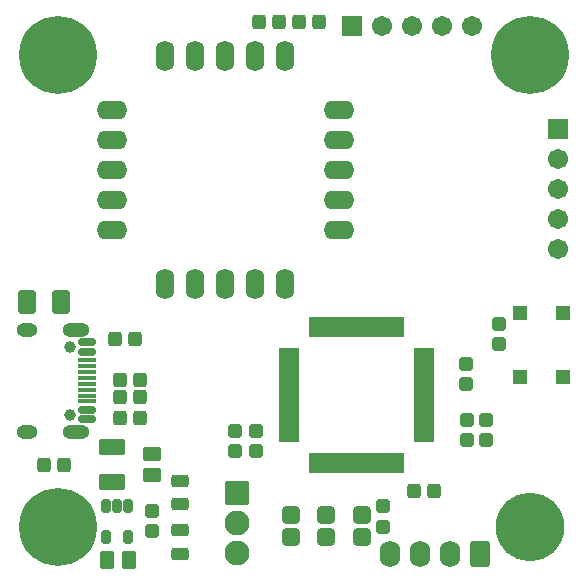
<source format=gts>
G04*
G04 #@! TF.GenerationSoftware,Altium Limited,Altium Designer,20.2.7 (254)*
G04*
G04 Layer_Color=8388736*
%FSLAX25Y25*%
%MOIN*%
G70*
G04*
G04 #@! TF.SameCoordinates,FBE84B92-D195-4989-AC34-508FE9173FC9*
G04*
G04*
G04 #@! TF.FilePolarity,Negative*
G04*
G01*
G75*
G04:AMPARAMS|DCode=32|XSize=78.87mil|YSize=59.18mil|CornerRadius=10.4mil|HoleSize=0mil|Usage=FLASHONLY|Rotation=270.000|XOffset=0mil|YOffset=0mil|HoleType=Round|Shape=RoundedRectangle|*
%AMROUNDEDRECTD32*
21,1,0.07887,0.03839,0,0,270.0*
21,1,0.05807,0.05918,0,0,270.0*
1,1,0.02080,-0.01919,-0.02904*
1,1,0.02080,-0.01919,0.02904*
1,1,0.02080,0.01919,0.02904*
1,1,0.02080,0.01919,-0.02904*
%
%ADD32ROUNDEDRECTD32*%
G04:AMPARAMS|DCode=33|XSize=47.37mil|YSize=43.43mil|CornerRadius=8.43mil|HoleSize=0mil|Usage=FLASHONLY|Rotation=270.000|XOffset=0mil|YOffset=0mil|HoleType=Round|Shape=RoundedRectangle|*
%AMROUNDEDRECTD33*
21,1,0.04737,0.02657,0,0,270.0*
21,1,0.03051,0.04343,0,0,270.0*
1,1,0.01686,-0.01329,-0.01526*
1,1,0.01686,-0.01329,0.01526*
1,1,0.01686,0.01329,0.01526*
1,1,0.01686,0.01329,-0.01526*
%
%ADD33ROUNDEDRECTD33*%
G04:AMPARAMS|DCode=34|XSize=47.37mil|YSize=43.43mil|CornerRadius=8.43mil|HoleSize=0mil|Usage=FLASHONLY|Rotation=180.000|XOffset=0mil|YOffset=0mil|HoleType=Round|Shape=RoundedRectangle|*
%AMROUNDEDRECTD34*
21,1,0.04737,0.02657,0,0,180.0*
21,1,0.03051,0.04343,0,0,180.0*
1,1,0.01686,-0.01526,0.01329*
1,1,0.01686,0.01526,0.01329*
1,1,0.01686,0.01526,-0.01329*
1,1,0.01686,-0.01526,-0.01329*
%
%ADD34ROUNDEDRECTD34*%
%ADD35R,0.01981X0.06607*%
%ADD36R,0.06607X0.01981*%
%ADD37O,0.06312X0.10249*%
%ADD38O,0.10249X0.06312*%
%ADD39O,0.06102X0.02756*%
%ADD40O,0.06102X0.01575*%
G04:AMPARAMS|DCode=41|XSize=31.62mil|YSize=47.37mil|CornerRadius=6.95mil|HoleSize=0mil|Usage=FLASHONLY|Rotation=180.000|XOffset=0mil|YOffset=0mil|HoleType=Round|Shape=RoundedRectangle|*
%AMROUNDEDRECTD41*
21,1,0.03162,0.03347,0,0,180.0*
21,1,0.01772,0.04737,0,0,180.0*
1,1,0.01391,-0.00886,0.01673*
1,1,0.01391,0.00886,0.01673*
1,1,0.01391,0.00886,-0.01673*
1,1,0.01391,-0.00886,-0.01673*
%
%ADD41ROUNDEDRECTD41*%
G04:AMPARAMS|DCode=42|XSize=63.12mil|YSize=47.37mil|CornerRadius=8.92mil|HoleSize=0mil|Usage=FLASHONLY|Rotation=270.000|XOffset=0mil|YOffset=0mil|HoleType=Round|Shape=RoundedRectangle|*
%AMROUNDEDRECTD42*
21,1,0.06312,0.02953,0,0,270.0*
21,1,0.04528,0.04737,0,0,270.0*
1,1,0.01784,-0.01476,-0.02264*
1,1,0.01784,-0.01476,0.02264*
1,1,0.01784,0.01476,0.02264*
1,1,0.01784,0.01476,-0.02264*
%
%ADD42ROUNDEDRECTD42*%
G04:AMPARAMS|DCode=43|XSize=59.18mil|YSize=39.5mil|CornerRadius=7.94mil|HoleSize=0mil|Usage=FLASHONLY|Rotation=180.000|XOffset=0mil|YOffset=0mil|HoleType=Round|Shape=RoundedRectangle|*
%AMROUNDEDRECTD43*
21,1,0.05918,0.02362,0,0,180.0*
21,1,0.04331,0.03950,0,0,180.0*
1,1,0.01587,-0.02165,0.01181*
1,1,0.01587,0.02165,0.01181*
1,1,0.01587,0.02165,-0.01181*
1,1,0.01587,-0.02165,-0.01181*
%
%ADD43ROUNDEDRECTD43*%
G04:AMPARAMS|DCode=44|XSize=58mil|YSize=58mil|CornerRadius=10.25mil|HoleSize=0mil|Usage=FLASHONLY|Rotation=90.000|XOffset=0mil|YOffset=0mil|HoleType=Round|Shape=RoundedRectangle|*
%AMROUNDEDRECTD44*
21,1,0.05800,0.03750,0,0,90.0*
21,1,0.03750,0.05800,0,0,90.0*
1,1,0.02050,0.01875,0.01875*
1,1,0.02050,0.01875,-0.01875*
1,1,0.02050,-0.01875,-0.01875*
1,1,0.02050,-0.01875,0.01875*
%
%ADD44ROUNDEDRECTD44*%
%ADD45R,0.04737X0.04737*%
G04:AMPARAMS|DCode=46|XSize=86.74mil|YSize=55.24mil|CornerRadius=9.91mil|HoleSize=0mil|Usage=FLASHONLY|Rotation=180.000|XOffset=0mil|YOffset=0mil|HoleType=Round|Shape=RoundedRectangle|*
%AMROUNDEDRECTD46*
21,1,0.08674,0.03543,0,0,180.0*
21,1,0.06693,0.05524,0,0,180.0*
1,1,0.01981,-0.03347,0.01772*
1,1,0.01981,0.03347,0.01772*
1,1,0.01981,0.03347,-0.01772*
1,1,0.01981,-0.03347,-0.01772*
%
%ADD46ROUNDEDRECTD46*%
G04:AMPARAMS|DCode=47|XSize=63.12mil|YSize=47.37mil|CornerRadius=8.92mil|HoleSize=0mil|Usage=FLASHONLY|Rotation=180.000|XOffset=0mil|YOffset=0mil|HoleType=Round|Shape=RoundedRectangle|*
%AMROUNDEDRECTD47*
21,1,0.06312,0.02953,0,0,180.0*
21,1,0.04528,0.04737,0,0,180.0*
1,1,0.01784,-0.02264,0.01476*
1,1,0.01784,0.02264,0.01476*
1,1,0.01784,0.02264,-0.01476*
1,1,0.01784,-0.02264,-0.01476*
%
%ADD47ROUNDEDRECTD47*%
%ADD48C,0.22847*%
%ADD49R,0.06706X0.06706*%
%ADD50C,0.06706*%
%ADD51R,0.06706X0.06706*%
%ADD52O,0.09068X0.04737*%
%ADD53O,0.07099X0.04737*%
%ADD54C,0.03950*%
%ADD55C,0.08300*%
G04:AMPARAMS|DCode=56|XSize=83mil|YSize=83mil|CornerRadius=13.38mil|HoleSize=0mil|Usage=FLASHONLY|Rotation=0.000|XOffset=0mil|YOffset=0mil|HoleType=Round|Shape=RoundedRectangle|*
%AMROUNDEDRECTD56*
21,1,0.08300,0.05625,0,0,0.0*
21,1,0.05625,0.08300,0,0,0.0*
1,1,0.02675,0.02813,-0.02813*
1,1,0.02675,-0.02813,-0.02813*
1,1,0.02675,-0.02813,0.02813*
1,1,0.02675,0.02813,0.02813*
%
%ADD56ROUNDEDRECTD56*%
%ADD57O,0.06800X0.08800*%
G04:AMPARAMS|DCode=58|XSize=68mil|YSize=88mil|CornerRadius=11.5mil|HoleSize=0mil|Usage=FLASHONLY|Rotation=180.000|XOffset=0mil|YOffset=0mil|HoleType=Round|Shape=RoundedRectangle|*
%AMROUNDEDRECTD58*
21,1,0.06800,0.06500,0,0,180.0*
21,1,0.04500,0.08800,0,0,180.0*
1,1,0.02300,-0.02250,0.03250*
1,1,0.02300,0.02250,0.03250*
1,1,0.02300,0.02250,-0.03250*
1,1,0.02300,-0.02250,-0.03250*
%
%ADD58ROUNDEDRECTD58*%
%ADD59C,0.25997*%
D32*
X68502Y272008D02*
D03*
X79920D02*
D03*
D33*
X74211Y217560D02*
D03*
X80904D02*
D03*
X99411Y233268D02*
D03*
X106104D02*
D03*
X106042Y246021D02*
D03*
X99349D02*
D03*
X106042Y240116D02*
D03*
X99349D02*
D03*
X97837Y259646D02*
D03*
X104530D02*
D03*
X152362Y365354D02*
D03*
X145669D02*
D03*
X165748D02*
D03*
X159055D02*
D03*
X204306Y208782D02*
D03*
X197614D02*
D03*
D34*
X110040Y195513D02*
D03*
Y202206D02*
D03*
X221511Y225935D02*
D03*
Y232628D02*
D03*
X187228Y197088D02*
D03*
Y203780D02*
D03*
X215201Y232628D02*
D03*
Y225935D02*
D03*
X137795Y229017D02*
D03*
Y222324D02*
D03*
X144882Y229017D02*
D03*
Y222324D02*
D03*
X214951Y244447D02*
D03*
Y251139D02*
D03*
X225791Y264764D02*
D03*
Y258071D02*
D03*
D35*
X193133Y218313D02*
D03*
X191165D02*
D03*
X189196D02*
D03*
X187228D02*
D03*
X185259D02*
D03*
X183291D02*
D03*
X181322D02*
D03*
X179354D02*
D03*
X177385D02*
D03*
X175417D02*
D03*
X173448D02*
D03*
X171480D02*
D03*
X169511D02*
D03*
X167543D02*
D03*
X165574D02*
D03*
X163606D02*
D03*
Y263494D02*
D03*
X165574D02*
D03*
X167543D02*
D03*
X169511D02*
D03*
X171480D02*
D03*
X173448D02*
D03*
X175417D02*
D03*
X177385D02*
D03*
X179354D02*
D03*
X181322D02*
D03*
X183291D02*
D03*
X185259D02*
D03*
X187228D02*
D03*
X189196D02*
D03*
X191165D02*
D03*
X193133D02*
D03*
D36*
X155779Y226139D02*
D03*
Y228108D02*
D03*
Y230077D02*
D03*
Y232045D02*
D03*
Y234014D02*
D03*
Y235982D02*
D03*
Y237950D02*
D03*
Y239919D02*
D03*
Y241887D02*
D03*
Y243856D02*
D03*
Y245825D02*
D03*
Y247793D02*
D03*
Y249762D02*
D03*
Y251730D02*
D03*
Y253699D02*
D03*
Y255667D02*
D03*
X200960D02*
D03*
Y253699D02*
D03*
Y251730D02*
D03*
Y249762D02*
D03*
Y247793D02*
D03*
Y245825D02*
D03*
Y243856D02*
D03*
Y241887D02*
D03*
Y239919D02*
D03*
Y237950D02*
D03*
Y235982D02*
D03*
Y234014D02*
D03*
Y232045D02*
D03*
Y230077D02*
D03*
Y228108D02*
D03*
Y226139D02*
D03*
D37*
X154646Y353780D02*
D03*
X144646D02*
D03*
X134646D02*
D03*
X124646D02*
D03*
X114646D02*
D03*
Y277953D02*
D03*
X124646D02*
D03*
X134646D02*
D03*
X144646D02*
D03*
X154646D02*
D03*
D38*
X96732Y335866D02*
D03*
Y325866D02*
D03*
Y315866D02*
D03*
Y305866D02*
D03*
Y295866D02*
D03*
X172559D02*
D03*
Y305866D02*
D03*
Y315866D02*
D03*
Y325866D02*
D03*
Y335866D02*
D03*
D39*
X88581Y255315D02*
D03*
Y236024D02*
D03*
Y232874D02*
D03*
Y258465D02*
D03*
D40*
Y244685D02*
D03*
Y242717D02*
D03*
Y240748D02*
D03*
Y238779D02*
D03*
Y246654D02*
D03*
Y248622D02*
D03*
Y250590D02*
D03*
Y252559D02*
D03*
D41*
X94687Y193741D02*
D03*
X102167Y203977D02*
D03*
X98427D02*
D03*
X94687D02*
D03*
X102167Y193741D02*
D03*
D42*
X95279Y186067D02*
D03*
X102366D02*
D03*
D43*
X119370Y212403D02*
D03*
Y204528D02*
D03*
Y187963D02*
D03*
Y195837D02*
D03*
D44*
X180071Y200960D02*
D03*
Y193460D02*
D03*
X156451D02*
D03*
Y200960D02*
D03*
X168260Y193500D02*
D03*
Y201000D02*
D03*
D45*
X247051Y268111D02*
D03*
X232878D02*
D03*
Y246851D02*
D03*
X247051D02*
D03*
D46*
X96848Y223672D02*
D03*
Y211861D02*
D03*
D47*
X110040Y221309D02*
D03*
Y214223D02*
D03*
D48*
X236221Y196850D02*
D03*
D49*
X245477Y329449D02*
D03*
D50*
Y319449D02*
D03*
Y309449D02*
D03*
Y299449D02*
D03*
Y289449D02*
D03*
X186850Y363779D02*
D03*
X196850D02*
D03*
X206850D02*
D03*
X216850D02*
D03*
D51*
X176850D02*
D03*
D52*
X84979Y262677D02*
D03*
Y228661D02*
D03*
D53*
X68522D02*
D03*
Y262677D02*
D03*
D54*
X82892Y234291D02*
D03*
Y257047D02*
D03*
D55*
X138583Y188425D02*
D03*
Y198425D02*
D03*
D56*
Y208425D02*
D03*
D57*
X199449Y187963D02*
D03*
X209449D02*
D03*
X189449D02*
D03*
D58*
X219449D02*
D03*
D59*
X236221Y354331D02*
D03*
X78740D02*
D03*
Y196850D02*
D03*
M02*

</source>
